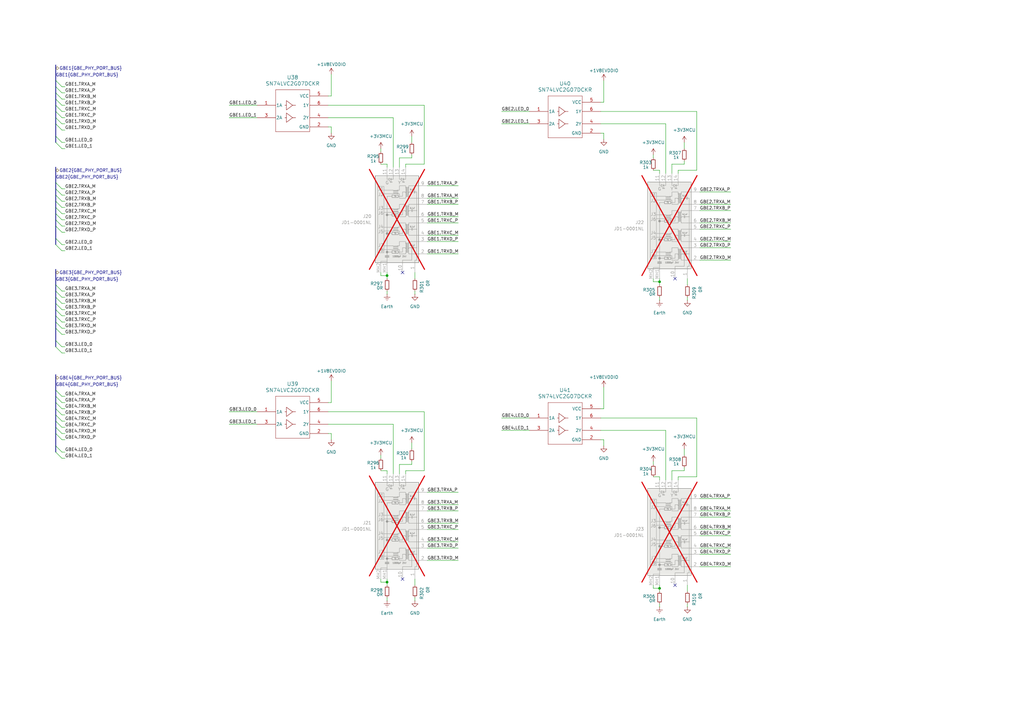
<source format=kicad_sch>
(kicad_sch (version 20231120) (generator "eeschema") (generator_version "8.0")
  (paper "A3")
  (title_block (title "NASR-L") (date "2024-08-11") (rev "D 0.7.9") (company "Relcotek") (comment 1 "RJ45 magjacks 1000Base-T") (comment 2 "(c) Relcotek 2024") (comment 3 "Author: Nazim Aghabayov") (comment 4 "SYZYGY Carrier Mainboard"))
  (lib_symbols
    (symbol "Connector:RJ45_RB1-125B8G1A" (pin_names hide)
      (property "Reference" "J" (at -8.89 2.5401 0))
      (property "Value" "JD1-0001NL" (at -8.89 0.0001 0))
      (symbol "RJ45_RB1-125B8G1A_0_0"
        (text "1000pF 2kV" (at 2.54 -13.716 0) (effects (font (size 0.635 0.635))))
        (text "G" (at -2.54 16.51 0) (effects (font (size 1.27 1.27))))
        (text "Y" (at 2.54 16.51 0) (effects (font (size 1.27 1.27))))
      )
      (symbol "RJ45_RB1-125B8G1A_1_0"
        (text "0.1uF" (at 7.874 -9.144 0) (effects (font (size 0.508 0.508))))
        (text "0.1uF" (at 7.874 -1.524 0) (effects (font (size 0.508 0.508))))
        (text "0.1uF" (at 7.874 6.096 0) (effects (font (size 0.508 0.508))))
        (text "0.1uF" (at 7.874 13.716 0) (effects (font (size 0.508 0.508))))
        (text "75" (at 0.762 -11.938 0) (effects (font (size 0.508 0.508))))
        (text "75" (at 0.762 -4.318 0) (effects (font (size 0.508 0.508))))
        (text "75" (at 0.762 3.302 0) (effects (font (size 0.508 0.508))))
        (text "75" (at 0.762 10.922 0) (effects (font (size 0.508 0.508))))
        (text "J1" (at -5.08 13.97 0) (effects (font (size 1.27 1.27))))
        (text "J2" (at -5.08 11.684 0) (effects (font (size 1.27 1.27))))
        (text "J3" (at -5.08 6.096 0) (effects (font (size 1.27 1.27))))
        (text "J4" (at -5.08 -1.524 0) (effects (font (size 1.27 1.27))))
        (text "J5" (at -5.08 -3.556 0) (effects (font (size 1.27 1.27))))
        (text "J6" (at -5.08 4.064 0) (effects (font (size 1.27 1.27))))
        (text "J7" (at -5.08 -9.144 0) (effects (font (size 1.27 1.27))))
        (text "J8" (at -5.08 -11.176 0) (effects (font (size 1.27 1.27))))
      )
      (symbol "RJ45_RB1-125B8G1A_1_1"
        (pin passive line (at 8.89 -20.32 90) (length 3.81) (name "CTCAP") (number "1"))
        (pin passive line (at 3.81 -20.32 90) (length 3.81) (name "CT10") (number "10"))
        (pin passive line (at -2.54 22.86 270) (length 3.81) (name "GLED_A") (number "11"))
        (pin passive line (at 0 22.86 270) (length 3.81) (name "GLED_C") (number "12"))
        (pin passive line (at 2.54 22.86 270) (length 3.81) (name "YLED_A") (number "13"))
        (pin passive line (at 5.08 22.86 270) (length 3.81) (name "YLED_C") (number "14"))
        (pin passive line (at 13.97 -12.7 180) (length 3.81) (name "TD4-") (number "2"))
        (pin passive line (at 13.97 -7.62 180) (length 3.81) (name "TD4+") (number "3"))
        (pin passive line (at 13.97 -5.08 180) (length 3.81) (name "TD3-") (number "4"))
        (pin passive line (at 13.97 0 180) (length 3.81) (name "TD3+") (number "5"))
        (pin passive line (at 13.97 2.54 180) (length 3.81) (name "TD2-") (number "6"))
        (pin passive line (at 13.97 7.62 180) (length 3.81) (name "TD2+") (number "7"))
        (pin passive line (at 13.97 10.16 180) (length 3.81) (name "TD1-") (number "8"))
        (pin passive line (at 13.97 15.24 180) (length 3.81) (name "TD1+") (number "9"))
        (pin passive line (at -2.54 -20.32 90) (length 3.81) (name "MH1") (number "MH1"))
        (pin passive line (at -5.08 -20.32 90) (length 3.81) (name "MH2") (number "MH2"))
      )
    )
    (symbol "Device:R_Small" (pin_numbers hide) (pin_names (offset 0.254) hide)
      (property "Reference" "R" (at 0.762 0.508 0))
      (property "Value" "R_Small" (at 0.762 -1.016 0))
      (symbol "R_Small_1_1"
        (pin passive line (at 0 2.54 270) (length 0.762) (name "~") (number "1"))
        (pin passive line (at 0 -2.54 90) (length 0.762) (name "~") (number "2"))
      )
    )
    (symbol "GPWR3V3MCU:+3V3MCU" (power) (pin_names (offset 0))
      (property "Value" "+3V3MCU" (at 0 3.556 0))
      (symbol "+3V3MCU_1_1"
        (pin power_in line (at 0 0 90) (length 0) hide (name "+3V3MCU") (number "1"))
      )
    )
    (symbol "SN74LVC2G07DCKR:SN74LVC2G07DCKR" (pin_names (offset 0.254))
      (property "Reference" "U49" (at 9.144 9.398 0))
      (property "Value" "SN74LVC2G07DCKR" (at 18.288 6.858 0))
      (symbol "SN74LVC2G07DCKR_0_1"
        (pin input line (at 0 -1.27 0) (length 7.62) (name "1A") (number "1"))
        (pin input line (at 0 -6.35 0) (length 7.62) (name "2A") (number "3"))
        (pin output line (at 29.21 -6.35 180) (length 7.62) (name "2Y") (number "4"))
        (pin power_in line (at 29.21 2.54 180) (length 7.62) (name "VCC") (number "5"))
        (pin output line (at 29.21 -1.27 180) (length 7.62) (name "1Y") (number "6"))
      )
      (symbol "SN74LVC2G07DCKR_1_1"
        (pin power_in line (at 29.21 -10.16 180) (length 7.62) (name "GND") (number "2"))
      )
    )
    (symbol "power:Earth" (power) (pin_numbers hide) (pin_names (offset 0) hide)
      (property "Value" "Earth" (at 0 -3.81 0))
      (symbol "Earth_1_1"
        (pin power_in line (at 0 0 270) (length 0) (name "~") (number "1"))
      )
    )
    (symbol "power:GND" (power) (pin_numbers hide) (pin_names (offset 0) hide)
      (property "Value" "GND" (at 0 -3.81 0))
      (symbol "GND_1_1"
        (pin power_in line (at 0 0 270) (length 0) (name "~") (number "1"))
      )
    )
  )
  (junction (at 158.75 113.03))
  (junction (at 158.75 238.76))
  (junction (at 270.51 115.57))
  (junction (at 270.51 241.3))
  (no_connect (at 276.86 240.03))
  (no_connect (at 276.86 114.3))
  (no_connect (at 165.1 237.49))
  (no_connect (at 165.1 111.76))
  (bus_entry (at 22.86 38.1) (size 2.54 2.54))
  (bus_entry (at 22.86 90.17) (size 2.54 2.54))
  (bus_entry (at 22.86 116.84) (size 2.54 2.54))
  (bus_entry (at 22.86 182.88) (size 2.54 2.54))
  (bus_entry (at 22.86 119.38) (size 2.54 2.54))
  (bus_entry (at 22.86 139.7) (size 2.54 2.54))
  (bus_entry (at 22.86 160.02) (size 2.54 2.54))
  (bus_entry (at 22.86 100.33) (size 2.54 2.54))
  (bus_entry (at 22.86 129.54) (size 2.54 2.54))
  (bus_entry (at 22.86 50.8) (size 2.54 2.54))
  (bus_entry (at 22.86 58.42) (size 2.54 2.54))
  (bus_entry (at 22.86 162.56) (size 2.54 2.54))
  (bus_entry (at 22.86 85.09) (size 2.54 2.54))
  (bus_entry (at 22.86 167.64) (size 2.54 2.54))
  (bus_entry (at 22.86 97.79) (size 2.54 2.54))
  (bus_entry (at 22.86 55.88) (size 2.54 2.54))
  (bus_entry (at 22.86 127) (size 2.54 2.54))
  (bus_entry (at 22.86 121.92) (size 2.54 2.54))
  (bus_entry (at 22.86 185.42) (size 2.54 2.54))
  (bus_entry (at 22.86 77.47) (size 2.54 2.54))
  (bus_entry (at 22.86 142.24) (size 2.54 2.54))
  (bus_entry (at 22.86 175.26) (size 2.54 2.54))
  (bus_entry (at 22.86 43.18) (size 2.54 2.54))
  (bus_entry (at 22.86 134.62) (size 2.54 2.54))
  (bus_entry (at 22.86 124.46) (size 2.54 2.54))
  (bus_entry (at 22.86 45.72) (size 2.54 2.54))
  (bus_entry (at 22.86 92.71) (size 2.54 2.54))
  (bus_entry (at 22.86 87.63) (size 2.54 2.54))
  (bus_entry (at 22.86 35.56) (size 2.54 2.54))
  (bus_entry (at 22.86 80.01) (size 2.54 2.54))
  (bus_entry (at 22.86 40.64) (size 2.54 2.54))
  (bus_entry (at 22.86 170.18) (size 2.54 2.54))
  (bus_entry (at 22.86 33.02) (size 2.54 2.54))
  (bus_entry (at 22.86 48.26) (size 2.54 2.54))
  (bus_entry (at 22.86 82.55) (size 2.54 2.54))
  (bus_entry (at 22.86 132.08) (size 2.54 2.54))
  (bus_entry (at 22.86 172.72) (size 2.54 2.54))
  (bus_entry (at 22.86 165.1) (size 2.54 2.54))
  (bus_entry (at 22.86 74.93) (size 2.54 2.54))
  (bus_entry (at 22.86 177.8) (size 2.54 2.54))
  (wire (pts (xy 25.4 82.55) (xy 26.67 82.55)))
  (wire (pts (xy 168.91 63.5) (xy 168.91 64.77)))
  (wire (pts (xy 273.05 176.53) (xy 273.05 196.85)))
  (wire (pts (xy 247.65 57.15) (xy 247.65 54.61)))
  (wire (pts (xy 25.4 162.56) (xy 26.67 162.56)))
  (wire (pts (xy 135.89 180.34) (xy 135.89 177.8)))
  (wire (pts (xy 25.4 127) (xy 26.67 127)))
  (wire (pts (xy 267.97 63.5) (xy 267.97 64.77)))
  (wire (pts (xy 175.26 222.25) (xy 187.96 222.25)))
  (wire (pts (xy 25.4 92.71) (xy 26.67 92.71)))
  (bus (pts (xy 22.86 77.47) (xy 22.86 80.01)))
  (wire (pts (xy 25.4 134.62) (xy 26.67 134.62)))
  (wire (pts (xy 158.75 119.38) (xy 158.75 120.65)))
  (bus (pts (xy 22.86 33.02) (xy 22.86 35.56)))
  (wire (pts (xy 280.67 184.15) (xy 280.67 186.69)))
  (bus (pts (xy 22.86 48.26) (xy 22.86 50.8)))
  (wire (pts (xy 93.98 43.18) (xy 105.41 43.18)))
  (bus (pts (xy 22.86 50.8) (xy 22.86 55.88)))
  (wire (pts (xy 175.26 81.28) (xy 187.96 81.28)))
  (wire (pts (xy 280.67 58.42) (xy 280.67 60.96)))
  (wire (pts (xy 156.21 238.76) (xy 158.75 238.76)))
  (bus (pts (xy 22.86 119.38) (xy 22.86 121.92)))
  (wire (pts (xy 267.97 189.23) (xy 267.97 190.5)))
  (wire (pts (xy 267.97 114.3) (xy 267.97 115.57)))
  (wire (pts (xy 285.75 45.72) (xy 285.75 69.85)))
  (wire (pts (xy 281.94 247.65) (xy 281.94 248.92)))
  (bus (pts (xy 22.86 162.56) (xy 22.86 165.1)))
  (wire (pts (xy 25.4 165.1) (xy 26.67 165.1)))
  (bus (pts (xy 22.86 90.17) (xy 22.86 92.71)))
  (wire (pts (xy 287.02 212.09) (xy 299.72 212.09)))
  (wire (pts (xy 205.74 176.53) (xy 217.17 176.53)))
  (wire (pts (xy 170.18 237.49) (xy 170.18 240.03)))
  (wire (pts (xy 267.97 115.57) (xy 270.51 115.57)))
  (bus (pts (xy 22.86 160.02) (xy 22.86 162.56)))
  (wire (pts (xy 175.26 83.82) (xy 187.96 83.82)))
  (wire (pts (xy 25.4 95.25) (xy 26.67 95.25)))
  (wire (pts (xy 267.97 240.03) (xy 267.97 241.3)))
  (wire (pts (xy 134.62 173.99) (xy 161.29 173.99)))
  (bus (pts (xy 22.86 45.72) (xy 22.86 48.26)))
  (wire (pts (xy 168.91 189.23) (xy 168.91 190.5)))
  (wire (pts (xy 166.37 193.04) (xy 166.37 194.31)))
  (bus (pts (xy 22.86 127) (xy 22.86 129.54)))
  (wire (pts (xy 287.02 83.82) (xy 299.72 83.82)))
  (wire (pts (xy 158.75 113.03) (xy 158.75 111.76)))
  (wire (pts (xy 25.4 137.16) (xy 26.67 137.16)))
  (wire (pts (xy 287.02 78.74) (xy 299.72 78.74)))
  (wire (pts (xy 25.4 85.09) (xy 26.67 85.09)))
  (bus (pts (xy 22.86 165.1) (xy 22.86 167.64)))
  (wire (pts (xy 267.97 69.85) (xy 270.51 69.85)))
  (bus (pts (xy 22.86 182.88) (xy 22.86 185.42)))
  (wire (pts (xy 175.26 214.63) (xy 187.96 214.63)))
  (wire (pts (xy 287.02 101.6) (xy 299.72 101.6)))
  (bus (pts (xy 22.86 110.49) (xy 22.86 116.84)))
  (wire (pts (xy 168.91 181.61) (xy 168.91 184.15)))
  (wire (pts (xy 156.21 111.76) (xy 156.21 113.03)))
  (wire (pts (xy 205.74 171.45) (xy 217.17 171.45)))
  (wire (pts (xy 175.26 207.01) (xy 187.96 207.01)))
  (wire (pts (xy 270.51 115.57) (xy 270.51 114.3)))
  (wire (pts (xy 175.26 104.14) (xy 187.96 104.14)))
  (wire (pts (xy 273.05 50.8) (xy 273.05 71.12)))
  (wire (pts (xy 25.4 58.42) (xy 26.67 58.42)))
  (wire (pts (xy 135.89 52.07) (xy 134.62 52.07)))
  (wire (pts (xy 156.21 113.03) (xy 158.75 113.03)))
  (wire (pts (xy 280.67 193.04) (xy 275.59 193.04)))
  (wire (pts (xy 270.51 241.3) (xy 270.51 240.03)))
  (wire (pts (xy 25.4 172.72) (xy 26.67 172.72)))
  (wire (pts (xy 247.65 41.91) (xy 246.38 41.91)))
  (wire (pts (xy 285.75 171.45) (xy 285.75 195.58)))
  (wire (pts (xy 156.21 193.04) (xy 158.75 193.04)))
  (wire (pts (xy 161.29 48.26) (xy 161.29 68.58)))
  (wire (pts (xy 158.75 67.31) (xy 158.75 68.58)))
  (wire (pts (xy 170.18 111.76) (xy 170.18 114.3)))
  (wire (pts (xy 25.4 48.26) (xy 26.67 48.26)))
  (wire (pts (xy 170.18 119.38) (xy 170.18 120.65)))
  (wire (pts (xy 25.4 142.24) (xy 26.67 142.24)))
  (wire (pts (xy 287.02 204.47) (xy 299.72 204.47)))
  (wire (pts (xy 287.02 232.41) (xy 299.72 232.41)))
  (wire (pts (xy 166.37 67.31) (xy 166.37 68.58)))
  (wire (pts (xy 25.4 53.34) (xy 26.67 53.34)))
  (wire (pts (xy 173.99 43.18) (xy 173.99 67.31)))
  (wire (pts (xy 25.4 180.34) (xy 26.67 180.34)))
  (wire (pts (xy 285.75 195.58) (xy 278.13 195.58)))
  (wire (pts (xy 267.97 195.58) (xy 270.51 195.58)))
  (bus (pts (xy 22.86 129.54) (xy 22.86 132.08)))
  (wire (pts (xy 246.38 171.45) (xy 285.75 171.45)))
  (wire (pts (xy 158.75 238.76) (xy 158.75 240.03)))
  (wire (pts (xy 25.4 90.17) (xy 26.67 90.17)))
  (wire (pts (xy 168.91 190.5) (xy 163.83 190.5)))
  (wire (pts (xy 156.21 67.31) (xy 158.75 67.31)))
  (bus (pts (xy 22.86 177.8) (xy 22.86 182.88)))
  (wire (pts (xy 175.26 209.55) (xy 187.96 209.55)))
  (wire (pts (xy 270.51 69.85) (xy 270.51 71.12)))
  (wire (pts (xy 25.4 167.64) (xy 26.67 167.64)))
  (wire (pts (xy 158.75 113.03) (xy 158.75 114.3)))
  (wire (pts (xy 287.02 99.06) (xy 299.72 99.06)))
  (bus (pts (xy 22.86 55.88) (xy 22.86 58.42)))
  (wire (pts (xy 275.59 193.04) (xy 275.59 196.85)))
  (wire (pts (xy 163.83 190.5) (xy 163.83 194.31)))
  (wire (pts (xy 25.4 60.96) (xy 26.67 60.96)))
  (bus (pts (xy 22.86 35.56) (xy 22.86 38.1)))
  (wire (pts (xy 93.98 48.26) (xy 105.41 48.26)))
  (bus (pts (xy 22.86 80.01) (xy 22.86 82.55)))
  (wire (pts (xy 25.4 100.33) (xy 26.67 100.33)))
  (wire (pts (xy 280.67 191.77) (xy 280.67 193.04)))
  (wire (pts (xy 175.26 96.52) (xy 187.96 96.52)))
  (wire (pts (xy 205.74 45.72) (xy 217.17 45.72)))
  (wire (pts (xy 270.51 115.57) (xy 270.51 116.84)))
  (bus (pts (xy 22.86 68.58) (xy 22.86 74.93)))
  (wire (pts (xy 135.89 30.48) (xy 135.89 39.37)))
  (bus (pts (xy 22.86 87.63) (xy 22.86 90.17)))
  (wire (pts (xy 175.26 229.87) (xy 187.96 229.87)))
  (wire (pts (xy 25.4 80.01) (xy 26.67 80.01)))
  (wire (pts (xy 173.99 168.91) (xy 173.99 193.04)))
  (wire (pts (xy 25.4 43.18) (xy 26.67 43.18)))
  (wire (pts (xy 158.75 238.76) (xy 158.75 237.49)))
  (wire (pts (xy 280.67 66.04) (xy 280.67 67.31)))
  (wire (pts (xy 285.75 69.85) (xy 278.13 69.85)))
  (wire (pts (xy 175.26 76.2) (xy 187.96 76.2)))
  (wire (pts (xy 270.51 195.58) (xy 270.51 196.85)))
  (bus (pts (xy 22.86 167.64) (xy 22.86 170.18)))
  (wire (pts (xy 173.99 193.04) (xy 166.37 193.04)))
  (wire (pts (xy 134.62 43.18) (xy 173.99 43.18)))
  (wire (pts (xy 175.26 91.44) (xy 187.96 91.44)))
  (wire (pts (xy 175.26 217.17) (xy 187.96 217.17)))
  (wire (pts (xy 163.83 64.77) (xy 163.83 68.58)))
  (wire (pts (xy 267.97 241.3) (xy 270.51 241.3)))
  (wire (pts (xy 134.62 168.91) (xy 173.99 168.91)))
  (wire (pts (xy 275.59 67.31) (xy 275.59 71.12)))
  (bus (pts (xy 22.86 92.71) (xy 22.86 97.79)))
  (wire (pts (xy 135.89 156.21) (xy 135.89 165.1)))
  (wire (pts (xy 246.38 50.8) (xy 273.05 50.8)))
  (wire (pts (xy 287.02 106.68) (xy 299.72 106.68)))
  (wire (pts (xy 173.99 67.31) (xy 166.37 67.31)))
  (wire (pts (xy 158.75 245.11) (xy 158.75 246.38)))
  (bus (pts (xy 22.86 43.18) (xy 22.86 45.72)))
  (wire (pts (xy 156.21 60.96) (xy 156.21 62.23)))
  (wire (pts (xy 25.4 45.72) (xy 26.67 45.72)))
  (wire (pts (xy 287.02 86.36) (xy 299.72 86.36)))
  (wire (pts (xy 156.21 186.69) (xy 156.21 187.96)))
  (wire (pts (xy 25.4 129.54) (xy 26.67 129.54)))
  (bus (pts (xy 22.86 170.18) (xy 22.86 172.72)))
  (wire (pts (xy 278.13 69.85) (xy 278.13 71.12)))
  (wire (pts (xy 168.91 64.77) (xy 163.83 64.77)))
  (wire (pts (xy 247.65 182.88) (xy 247.65 180.34)))
  (wire (pts (xy 135.89 54.61) (xy 135.89 52.07)))
  (wire (pts (xy 287.02 91.44) (xy 299.72 91.44)))
  (wire (pts (xy 270.51 121.92) (xy 270.51 123.19)))
  (wire (pts (xy 280.67 67.31) (xy 275.59 67.31)))
  (bus (pts (xy 22.86 26.67) (xy 22.86 33.02)))
  (bus (pts (xy 22.86 124.46) (xy 22.86 127)))
  (wire (pts (xy 25.4 119.38) (xy 26.67 119.38)))
  (wire (pts (xy 93.98 168.91) (xy 105.41 168.91)))
  (wire (pts (xy 134.62 48.26) (xy 161.29 48.26)))
  (bus (pts (xy 22.86 134.62) (xy 22.86 139.7)))
  (wire (pts (xy 287.02 217.17) (xy 299.72 217.17)))
  (wire (pts (xy 135.89 165.1) (xy 134.62 165.1)))
  (wire (pts (xy 281.94 240.03) (xy 281.94 242.57)))
  (wire (pts (xy 270.51 247.65) (xy 270.51 248.92)))
  (wire (pts (xy 135.89 177.8) (xy 134.62 177.8)))
  (wire (pts (xy 161.29 173.99) (xy 161.29 194.31)))
  (wire (pts (xy 25.4 124.46) (xy 26.67 124.46)))
  (bus (pts (xy 22.86 132.08) (xy 22.86 134.62)))
  (wire (pts (xy 175.26 224.79) (xy 187.96 224.79)))
  (wire (pts (xy 25.4 50.8) (xy 26.67 50.8)))
  (wire (pts (xy 175.26 88.9) (xy 187.96 88.9)))
  (wire (pts (xy 25.4 87.63) (xy 26.67 87.63)))
  (wire (pts (xy 247.65 180.34) (xy 246.38 180.34)))
  (wire (pts (xy 205.74 50.8) (xy 217.17 50.8)))
  (bus (pts (xy 22.86 38.1) (xy 22.86 40.64)))
  (wire (pts (xy 25.4 77.47) (xy 26.67 77.47)))
  (wire (pts (xy 247.65 54.61) (xy 246.38 54.61)))
  (bus (pts (xy 22.86 40.64) (xy 22.86 43.18)))
  (wire (pts (xy 247.65 167.64) (xy 246.38 167.64)))
  (wire (pts (xy 287.02 93.98) (xy 299.72 93.98)))
  (wire (pts (xy 281.94 114.3) (xy 281.94 116.84)))
  (wire (pts (xy 168.91 55.88) (xy 168.91 58.42)))
  (wire (pts (xy 278.13 195.58) (xy 278.13 196.85)))
  (bus (pts (xy 22.86 116.84) (xy 22.86 119.38)))
  (bus (pts (xy 22.86 153.67) (xy 22.86 160.02)))
  (wire (pts (xy 158.75 193.04) (xy 158.75 194.31)))
  (wire (pts (xy 25.4 177.8) (xy 26.67 177.8)))
  (wire (pts (xy 25.4 35.56) (xy 26.67 35.56)))
  (wire (pts (xy 246.38 176.53) (xy 273.05 176.53)))
  (wire (pts (xy 287.02 227.33) (xy 299.72 227.33)))
  (wire (pts (xy 156.21 237.49) (xy 156.21 238.76)))
  (bus (pts (xy 22.86 139.7) (xy 22.86 142.24)))
  (wire (pts (xy 25.4 170.18) (xy 26.67 170.18)))
  (wire (pts (xy 25.4 132.08) (xy 26.67 132.08)))
  (wire (pts (xy 25.4 185.42) (xy 26.67 185.42)))
  (wire (pts (xy 135.89 39.37) (xy 134.62 39.37)))
  (bus (pts (xy 22.86 82.55) (xy 22.86 85.09)))
  (bus (pts (xy 22.86 85.09) (xy 22.86 87.63)))
  (wire (pts (xy 270.51 241.3) (xy 270.51 242.57)))
  (wire (pts (xy 25.4 102.87) (xy 26.67 102.87)))
  (wire (pts (xy 25.4 187.96) (xy 26.67 187.96)))
  (wire (pts (xy 287.02 224.79) (xy 299.72 224.79)))
  (wire (pts (xy 281.94 121.92) (xy 281.94 123.19)))
  (wire (pts (xy 25.4 175.26) (xy 26.67 175.26)))
  (wire (pts (xy 25.4 38.1) (xy 26.67 38.1)))
  (bus (pts (xy 22.86 172.72) (xy 22.86 175.26)))
  (wire (pts (xy 175.26 99.06) (xy 187.96 99.06)))
  (wire (pts (xy 287.02 219.71) (xy 299.72 219.71)))
  (wire (pts (xy 25.4 40.64) (xy 26.67 40.64)))
  (wire (pts (xy 175.26 201.93) (xy 187.96 201.93)))
  (wire (pts (xy 25.4 144.78) (xy 26.67 144.78)))
  (bus (pts (xy 22.86 121.92) (xy 22.86 124.46)))
  (wire (pts (xy 247.65 158.75) (xy 247.65 167.64)))
  (wire (pts (xy 246.38 45.72) (xy 285.75 45.72)))
  (bus (pts (xy 22.86 175.26) (xy 22.86 177.8)))
  (wire (pts (xy 170.18 245.11) (xy 170.18 246.38)))
  (wire (pts (xy 25.4 121.92) (xy 26.67 121.92)))
  (wire (pts (xy 247.65 33.02) (xy 247.65 41.91)))
  (wire (pts (xy 287.02 209.55) (xy 299.72 209.55)))
  (wire (pts (xy 93.98 173.99) (xy 105.41 173.99)))
  (bus (pts (xy 22.86 74.93) (xy 22.86 77.47)))
  (bus (pts (xy 22.86 97.79) (xy 22.86 100.33)))
  (label "GBE3.TRXC_P" (at 26.67 132.08 0))
  (label "GBE4.LED_0" (at 26.67 185.42 0))
  (label "GBE4.TRXB_M" (at 26.67 167.64 0))
  (label "GBE2.TRXC_P" (at 26.67 90.17 0))
  (label "GBE3.TRXC_P" (at 175.26 217.17 0))
  (label "GBE2.TRXD_P" (at 26.67 95.25 0))
  (label "GBE1.LED_0" (at 93.98 43.18 0))
  (label "GBE4.TRXD_M" (at 287.02 232.41 0))
  (label "GBE3.TRXD_M" (at 175.26 229.87 0))
  (label "GBE3.TRXB_M" (at 26.67 124.46 0))
  (label "GBE1.TRXD_P" (at 175.26 99.06 0))
  (label "GBE4.TRXA_M" (at 26.67 162.56 0))
  (label "GBE2.LED_0" (at 205.74 45.72 0))
  (label "GBE4.TRXA_P" (at 26.67 165.1 0))
  (label "GBE4.LED_1" (at 26.67 187.96 0))
  (label "GBE2.TRXD_M" (at 287.02 106.68 0))
  (label "GBE3.LED_0" (at 93.98 168.91 0))
  (label "GBE1.TRXC_M" (at 26.67 45.72 0))
  (label "GBE2.TRXA_M" (at 26.67 77.47 0))
  (label "GBE2.TRXC_P" (at 287.02 93.98 0))
  (label "GBE3.TRXD_P" (at 26.67 137.16 0))
  (label "GBE4.TRXB_P" (at 287.02 212.09 0))
  (label "GBE3.TRXC_M" (at 175.26 222.25 0))
  (label "GBE1.TRXD_M" (at 26.67 50.8 0))
  (label "GBE3.LED_0" (at 26.67 142.24 0))
  (label "GBE1.TRXC_P" (at 26.67 48.26 0))
  (label "GBE4.TRXC_P" (at 287.02 219.71 0))
  (label "GBE2.TRXB_M" (at 287.02 91.44 0))
  (label "GBE3.TRXA_P" (at 175.26 201.93 0))
  (label "GBE4.TRXB_P" (at 26.67 170.18 0))
  (label "GBE1.TRXA_P" (at 26.67 38.1 0))
  (label "GBE2.TRXD_P" (at 287.02 101.6 0))
  (label "GBE4.TRXC_M" (at 287.02 224.79 0))
  (label "GBE1.TRXD_M" (at 175.26 104.14 0))
  (label "GBE3.TRXD_M" (at 26.67 134.62 0))
  (label "GBE2.TRXC_M" (at 26.67 87.63 0))
  (label "GBE3.LED_1" (at 26.67 144.78 0))
  (label "GBE2.LED_1" (at 205.74 50.8 0))
  (label "GBE1.TRXB_P" (at 175.26 83.82 0))
  (label "GBE1.TRXB_M" (at 175.26 88.9 0))
  (label "GBE2.TRXB_P" (at 287.02 86.36 0))
  (label "GBE3.TRXC_M" (at 26.67 129.54 0))
  (label "GBE3{GBE_PHY_PORT_BUS}" (at 22.86 115.57 0))
  (label "GBE1.LED_0" (at 26.67 58.42 0))
  (label "GBE3.TRXA_P" (at 26.67 121.92 0))
  (label "GBE2.TRXB_P" (at 26.67 85.09 0))
  (label "GBE1.TRXA_M" (at 175.26 81.28 0))
  (label "GBE2.TRXA_M" (at 287.02 83.82 0))
  (label "GBE2.TRXA_P" (at 26.67 80.01 0))
  (label "GBE4.TRXD_M" (at 26.67 177.8 0))
  (label "GBE4.LED_0" (at 205.74 171.45 0))
  (label "GBE4.LED_1" (at 205.74 176.53 0))
  (label "GBE2.TRXB_M" (at 26.67 82.55 0))
  (label "GBE3.TRXB_M" (at 175.26 214.63 0))
  (label "GBE1.LED_1" (at 26.67 60.96 0))
  (label "GBE3.TRXB_P" (at 26.67 127 0))
  (label "GBE4.TRXD_P" (at 26.67 180.34 0))
  (label "GBE1.LED_1" (at 93.98 48.26 0))
  (label "GBE1.TRXB_P" (at 26.67 43.18 0))
  (label "GBE1.TRXD_P" (at 26.67 53.34 0))
  (label "GBE1.TRXC_P" (at 175.26 91.44 0))
  (label "GBE2.LED_1" (at 26.67 102.87 0))
  (label "GBE3.TRXD_P" (at 175.26 224.79 0))
  (label "GBE2.LED_0" (at 26.67 100.33 0))
  (label "GBE3.TRXA_M" (at 175.26 207.01 0))
  (label "GBE4.TRXC_P" (at 26.67 175.26 0))
  (label "GBE1.TRXA_P" (at 175.26 76.2 0))
  (label "GBE2.TRXA_P" (at 287.02 78.74 0))
  (label "GBE4.TRXA_P" (at 287.02 204.47 0))
  (label "GBE1.TRXC_M" (at 175.26 96.52 0))
  (label "GBE2{GBE_PHY_PORT_BUS}" (at 22.86 73.66 0))
  (label "GBE4.TRXC_M" (at 26.67 172.72 0))
  (label "GBE1{GBE_PHY_PORT_BUS}" (at 22.86 31.75 0))
  (label "GBE1.TRXB_M" (at 26.67 40.64 0))
  (label "GBE4.TRXB_M" (at 287.02 217.17 0))
  (label "GBE3.LED_1" (at 93.98 173.99 0))
  (label "GBE2.TRXC_M" (at 287.02 99.06 0))
  (label "GBE4{GBE_PHY_PORT_BUS}" (at 22.86 158.75 0))
  (label "GBE4.TRXA_M" (at 287.02 209.55 0))
  (label "GBE3.TRXB_P" (at 175.26 209.55 0))
  (label "GBE1.TRXA_M" (at 26.67 35.56 0))
  (label "GBE2.TRXD_M" (at 26.67 92.71 0))
  (label "GBE3.TRXA_M" (at 26.67 119.38 0))
  (label "GBE4.TRXD_P" (at 287.02 227.33 0))
  (hierarchical_label "GBE1{GBE_PHY_PORT_BUS}" (shape bidirectional) (at 22.86 27.94 0))
  (hierarchical_label "GBE2{GBE_PHY_PORT_BUS}" (shape bidirectional) (at 22.86 69.85 0))
  (hierarchical_label "GBE3{GBE_PHY_PORT_BUS}" (shape bidirectional) (at 22.86 111.76 0))
  (hierarchical_label "GBE4{GBE_PHY_PORT_BUS}" (shape bidirectional) (at 22.86 154.94 0))
  (symbol (lib_id "Device:R_Small") (at 156.21 64.77 180) (unit 1)
    (property "Reference" "R295" (at 150.495 64.135 0) (effects (justify right)))
    (property "Value" "1k" (at 151.892 66.04 0) (effects (justify right)))
    (property "Footprint" "Resistor_SMD:R_0402_1005Metric" (effects (hide yes)))
    (property "JLCPCB Part #" "C11702" (effects (hide yes)))
    (property "Part" "0402WGF1001TCE" (effects (hide yes)))
  )
  (symbol (lib_id "power:GND") (at 135.89 180.34 0) (unit 1)
    (property "Reference" "#PWR0402" (effects (hide yes)))
    (property "Value" "GND" (at 135.89 185.42 0))
    (property "Description" "Power symbol creates a global label with name \"GND\" , ground" (effects (hide yes)))
  )
  (symbol (lib_id "Device:R_Small") (at 270.51 245.11 180) (unit 1)
    (property "Reference" "R306" (at 263.652 244.602 0) (effects (justify right)))
    (property "Value" "0R" (at 266.192 246.38 0) (effects (justify right)))
    (property "Footprint" "Resistor_SMD:R_1210_3225Metric_Pad1.30x2.65mm_HandSolder" (effects (hide yes)))
    (property "JLCPCB Part #" "C137090" (effects (hide yes)))
    (property "Part" "RC1210JR-070RL" (effects (hide yes)))
  )
  (symbol (lib_id "Device:R_Small") (at 168.91 60.96 180) (unit 1)
    (property "Reference" "R299" (at 162.56 60.198 0) (effects (justify right)))
    (property "Value" "1k" (at 164.338 61.976 0) (effects (justify right)))
    (property "Footprint" "Resistor_SMD:R_0402_1005Metric" (effects (hide yes)))
    (property "JLCPCB Part #" "C11702" (effects (hide yes)))
    (property "Part" "0402WGF1001TCE" (effects (hide yes)))
  )
  (symbol (lib_id "power:GND") (at 170.18 120.65 0) (unit 1)
    (property "Reference" "#PWR0405" (effects (hide yes)))
    (property "Value" "GND" (at 170.18 125.73 0))
    (property "Description" "Power symbol creates a global label with name \"GND\" , ground" (effects (hide yes)))
  )
  (symbol (lib_id "Connector:RJ45_RB1-125B8G1A") (at 161.29 91.44 0) (unit 1) (dnp yes)
    (property "Reference" "J20" (at 152.4 88.7094 0) (effects (justify right)))
    (property "Value" "JD1-0001NL" (at 152.4 91.2494 0) (effects (justify right)))
    (property "Footprint" "pretty:JD10001NL" (effects (hide yes)))
    (property "Datasheet" "https://productfinder.pulseeng.com/product/JD1-0001NL" (effects (hide yes)))
    (property "Description" "LAN Transformer Jack, RJ45, 10/100/1000 BaseT" (effects (hide yes)))
    (property "Part" "JD1-0001NL" (effects (hide yes)))
    (property "Mouser " " 673-JD1-0001NL " (effects (hide yes)))
  )
  (symbol (lib_id "power:Earth") (at 270.51 248.92 0) (unit 1)
    (property "Reference" "#PWR0410" (effects (hide yes)))
    (property "Value" "Earth" (at 270.51 254 0))
    (property "Description" "Power symbol creates a global label with name \"Earth\"" (effects (hide yes)))
  )
  (symbol (lib_id "Device:R_Small") (at 280.67 189.23 180) (unit 1)
    (property "Reference" "R308" (at 274.32 188.468 0) (effects (justify right)))
    (property "Value" "1k" (at 276.098 190.246 0) (effects (justify right)))
    (property "Footprint" "Resistor_SMD:R_0402_1005Metric" (effects (hide yes)))
    (property "JLCPCB Part #" "C11702" (effects (hide yes)))
    (property "Part" "0402WGF1001TCE" (effects (hide yes)))
  )
  (symbol (lib_id "SN74LVC2G07DCKR:SN74LVC2G07DCKR") (at 105.41 167.64 0) (unit 1)
    (property "Reference" "U39" (at 120.015 157.48 0) (effects (font (size 1.524 1.524))))
    (property "Value" "SN74LVC2G07DCKR" (at 120.015 160.02 0) (effects (font (size 1.524 1.524))))
    (property "Footprint" "pretty:DCK6" (effects (hide yes)))
    (property "Datasheet" "SN74LVC2G07DCKR" (effects (hide yes)))
    (property "Part" "SN74LVC2G07DCKR" (effects (hide yes)))
    (property "JLCPCB Part #" "C7849" (effects (hide yes)))
  )
  (symbol (lib_id "Connector:RJ45_RB1-125B8G1A") (at 273.05 93.98 0) (unit 1) (dnp yes)
    (property "Reference" "J22" (at 264.16 91.2494 0) (effects (justify right)))
    (property "Value" "JD1-0001NL" (at 264.16 93.7894 0) (effects (justify right)))
    (property "Footprint" "pretty:JD10001NL" (effects (hide yes)))
    (property "Datasheet" "https://productfinder.pulseeng.com/product/JD1-0001NL" (effects (hide yes)))
    (property "Description" "LAN Transformer Jack, RJ45, 10/100/1000 BaseT" (effects (hide yes)))
    (property "Part" "JD1-0001NL" (effects (hide yes)))
    (property "Mouser " " 673-JD1-0001NL " (effects (hide yes)))
  )
  (symbol (lib_id "SN74LVC2G07DCKR:SN74LVC2G07DCKR") (at 217.17 44.45 0) (unit 1)
    (property "Reference" "U40" (at 231.775 34.29 0) (effects (font (size 1.524 1.524))))
    (property "Value" "SN74LVC2G07DCKR" (at 231.775 36.83 0) (effects (font (size 1.524 1.524))))
    (property "Footprint" "pretty:DCK6" (effects (hide yes)))
    (property "Datasheet" "SN74LVC2G07DCKR" (effects (hide yes)))
    (property "Part" "SN74LVC2G07DCKR" (effects (hide yes)))
    (property "JLCPCB Part #" "C7849" (effects (hide yes)))
  )
  (symbol (lib_id "SN74LVC2G07DCKR:SN74LVC2G07DCKR") (at 105.41 41.91 0) (unit 1)
    (property "Reference" "U38" (at 120.015 31.75 0) (effects (font (size 1.524 1.524))))
    (property "Value" "SN74LVC2G07DCKR" (at 120.015 34.29 0) (effects (font (size 1.524 1.524))))
    (property "Footprint" "pretty:DCK6" (effects (hide yes)))
    (property "Datasheet" "SN74LVC2G07DCKR" (effects (hide yes)))
    (property "Part" "SN74LVC2G07DCKR" (effects (hide yes)))
    (property "JLCPCB Part #" "C7849" (effects (hide yes)))
  )
  (symbol (lib_id "power:Earth") (at 270.51 123.19 0) (unit 1)
    (property "Reference" "#PWR0409" (effects (hide yes)))
    (property "Value" "Earth" (at 270.51 128.27 0))
    (property "Description" "Power symbol creates a global label with name \"Earth\"" (effects (hide yes)))
  )
  (symbol (lib_id "GPWR3V3MCU:+3V3MCU") (at 135.89 156.21 0) (unit 1)
    (property "Reference" "#PWR1V8ETHVVDIO011" (effects (hide yes)))
    (property "Value" "+1V8EVDDIO" (at 135.89 152.146 0))
  )
  (symbol (lib_id "GPWR3V3MCU:+3V3MCU") (at 168.91 55.88 0) (unit 1)
    (property "Reference" "#PWR3V3MCU060" (effects (hide yes)))
    (property "Value" "+3V3MCU" (at 168.91 50.8 0))
    (property "Description" "Power symbol creates a global label with name \"+3V3MCU\"" (effects (hide yes)))
  )
  (symbol (lib_id "power:GND") (at 135.89 54.61 0) (unit 1)
    (property "Reference" "#PWR0401" (effects (hide yes)))
    (property "Value" "GND" (at 135.89 59.69 0))
    (property "Description" "Power symbol creates a global label with name \"GND\" , ground" (effects (hide yes)))
  )
  (symbol (lib_id "GPWR3V3MCU:+3V3MCU") (at 135.89 30.48 0) (unit 1)
    (property "Reference" "#PWR1V8ETHVVDIO010" (effects (hide yes)))
    (property "Value" "+1V8EVDDIO" (at 135.89 26.416 0))
  )
  (symbol (lib_id "Device:R_Small") (at 170.18 116.84 0) (unit 1)
    (property "Reference" "R301" (at 172.974 115.062 90) (effects (justify right)))
    (property "Value" "0R" (at 175.514 114.808 90) (effects (justify right)))
    (property "Footprint" "Resistor_SMD:R_0603_1608Metric" (effects (hide yes)))
    (property "JLCPCB Part #" "C21189" (effects (hide yes)))
    (property "Part" "0603WAF0000T5E" (effects (hide yes)))
  )
  (symbol (lib_id "GPWR3V3MCU:+3V3MCU") (at 280.67 184.15 0) (unit 1)
    (property "Reference" "#PWR3V3MCU065" (effects (hide yes)))
    (property "Value" "+3V3MCU" (at 280.67 179.07 0))
    (property "Description" "Power symbol creates a global label with name \"+3V3MCU\"" (effects (hide yes)))
  )
  (symbol (lib_id "Device:R_Small") (at 267.97 193.04 180) (unit 1)
    (property "Reference" "R304" (at 262.255 192.405 0) (effects (justify right)))
    (property "Value" "1k" (at 263.652 194.31 0) (effects (justify right)))
    (property "Footprint" "Resistor_SMD:R_0402_1005Metric" (effects (hide yes)))
    (property "JLCPCB Part #" "C11702" (effects (hide yes)))
    (property "Part" "0402WGF1001TCE" (effects (hide yes)))
  )
  (symbol (lib_id "Connector:RJ45_RB1-125B8G1A") (at 273.05 219.71 0) (unit 1) (dnp yes)
    (property "Reference" "J23" (at 264.16 216.9794 0) (effects (justify right)))
    (property "Value" "JD1-0001NL" (at 264.16 219.5194 0) (effects (justify right)))
    (property "Footprint" "pretty:JD10001NL" (effects (hide yes)))
    (property "Datasheet" "https://productfinder.pulseeng.com/product/JD1-0001NL" (effects (hide yes)))
    (property "Description" "LAN Transformer Jack, RJ45, 10/100/1000 BaseT" (effects (hide yes)))
    (property "Part" "JD1-0001NL" (effects (hide yes)))
    (property "Mouser " " 673-JD1-0001NL " (effects (hide yes)))
  )
  (symbol (lib_id "power:Earth") (at 158.75 120.65 0) (unit 1)
    (property "Reference" "#PWR0403" (effects (hide yes)))
    (property "Value" "Earth" (at 158.75 125.73 0))
    (property "Description" "Power symbol creates a global label with name \"Earth\"" (effects (hide yes)))
  )
  (symbol (lib_id "power:GND") (at 281.94 123.19 0) (unit 1)
    (property "Reference" "#PWR0411" (effects (hide yes)))
    (property "Value" "GND" (at 281.94 128.27 0))
    (property "Description" "Power symbol creates a global label with name \"GND\" , ground" (effects (hide yes)))
  )
  (symbol (lib_id "GPWR3V3MCU:+3V3MCU") (at 247.65 33.02 0) (unit 1)
    (property "Reference" "#PWR1V8ETHVVDIO012" (effects (hide yes)))
    (property "Value" "+1V8EVDDIO" (at 247.65 28.956 0))
  )
  (symbol (lib_id "Device:R_Small") (at 280.67 63.5 180) (unit 1)
    (property "Reference" "R307" (at 274.32 62.738 0) (effects (justify right)))
    (property "Value" "1k" (at 276.098 64.516 0) (effects (justify right)))
    (property "Footprint" "Resistor_SMD:R_0402_1005Metric" (effects (hide yes)))
    (property "JLCPCB Part #" "C11702" (effects (hide yes)))
    (property "Part" "0402WGF1001TCE" (effects (hide yes)))
  )
  (symbol (lib_id "Device:R_Small") (at 281.94 245.11 0) (unit 1)
    (property "Reference" "R310" (at 284.734 243.332 90) (effects (justify right)))
    (property "Value" "0R" (at 287.274 243.078 90) (effects (justify right)))
    (property "Footprint" "Resistor_SMD:R_0603_1608Metric" (effects (hide yes)))
    (property "JLCPCB Part #" "C21189" (effects (hide yes)))
    (property "Part" "0603WAF0000T5E" (effects (hide yes)))
  )
  (symbol (lib_id "Device:R_Small") (at 281.94 119.38 0) (unit 1)
    (property "Reference" "R309" (at 284.734 117.602 90) (effects (justify right)))
    (property "Value" "0R" (at 287.274 117.348 90) (effects (justify right)))
    (property "Footprint" "Resistor_SMD:R_0603_1608Metric" (effects (hide yes)))
    (property "JLCPCB Part #" "C21189" (effects (hide yes)))
    (property "Part" "0603WAF0000T5E" (effects (hide yes)))
  )
  (symbol (lib_id "Device:R_Small") (at 267.97 67.31 180) (unit 1)
    (property "Reference" "R303" (at 262.255 66.675 0) (effects (justify right)))
    (property "Value" "1k" (at 263.652 68.58 0) (effects (justify right)))
    (property "Footprint" "Resistor_SMD:R_0402_1005Metric" (effects (hide yes)))
    (property "JLCPCB Part #" "C11702" (effects (hide yes)))
    (property "Part" "0402WGF1001TCE" (effects (hide yes)))
  )
  (symbol (lib_id "power:GND") (at 247.65 57.15 0) (unit 1)
    (property "Reference" "#PWR0407" (effects (hide yes)))
    (property "Value" "GND" (at 247.65 62.23 0))
    (property "Description" "Power symbol creates a global label with name \"GND\" , ground" (effects (hide yes)))
  )
  (symbol (lib_id "Device:R_Small") (at 158.75 242.57 180) (unit 1)
    (property "Reference" "R298" (at 151.892 242.062 0) (effects (justify right)))
    (property "Value" "0R" (at 154.432 243.84 0) (effects (justify right)))
    (property "Footprint" "Resistor_SMD:R_1210_3225Metric_Pad1.30x2.65mm_HandSolder" (effects (hide yes)))
    (property "JLCPCB Part #" "C137090" (effects (hide yes)))
    (property "Part" "RC1210JR-070RL" (effects (hide yes)))
  )
  (symbol (lib_id "GPWR3V3MCU:+3V3MCU") (at 156.21 186.69 0) (unit 1)
    (property "Reference" "#PWR3V3MCU059" (effects (hide yes)))
    (property "Value" "+3V3MCU" (at 156.21 181.61 0))
    (property "Description" "Power symbol creates a global label with name \"+3V3MCU\"" (effects (hide yes)))
  )
  (symbol (lib_id "Device:R_Small") (at 168.91 186.69 180) (unit 1)
    (property "Reference" "R300" (at 162.56 185.928 0) (effects (justify right)))
    (property "Value" "1k" (at 164.338 187.706 0) (effects (justify right)))
    (property "Footprint" "Resistor_SMD:R_0402_1005Metric" (effects (hide yes)))
    (property "JLCPCB Part #" "C11702" (effects (hide yes)))
    (property "Part" "0402WGF1001TCE" (effects (hide yes)))
  )
  (symbol (lib_id "GPWR3V3MCU:+3V3MCU") (at 267.97 63.5 0) (unit 1)
    (property "Reference" "#PWR3V3MCU062" (effects (hide yes)))
    (property "Value" "+3V3MCU" (at 267.97 58.42 0))
    (property "Description" "Power symbol creates a global label with name \"+3V3MCU\"" (effects (hide yes)))
  )
  (symbol (lib_id "power:GND") (at 170.18 246.38 0) (unit 1)
    (property "Reference" "#PWR0406" (effects (hide yes)))
    (property "Value" "GND" (at 170.18 251.46 0))
    (property "Description" "Power symbol creates a global label with name \"GND\" , ground" (effects (hide yes)))
  )
  (symbol (lib_id "GPWR3V3MCU:+3V3MCU") (at 267.97 189.23 0) (unit 1)
    (property "Reference" "#PWR3V3MCU063" (effects (hide yes)))
    (property "Value" "+3V3MCU" (at 267.97 184.15 0))
    (property "Description" "Power symbol creates a global label with name \"+3V3MCU\"" (effects (hide yes)))
  )
  (symbol (lib_id "GPWR3V3MCU:+3V3MCU") (at 247.65 158.75 0) (unit 1)
    (property "Reference" "#PWR1V8ETHVVDIO013" (effects (hide yes)))
    (property "Value" "+1V8EVDDIO" (at 247.65 154.686 0))
  )
  (symbol (lib_id "power:GND") (at 247.65 182.88 0) (unit 1)
    (property "Reference" "#PWR0408" (effects (hide yes)))
    (property "Value" "GND" (at 247.65 187.96 0))
    (property "Description" "Power symbol creates a global label with name \"GND\" , ground" (effects (hide yes)))
  )
  (symbol (lib_id "power:GND") (at 281.94 248.92 0) (unit 1)
    (property "Reference" "#PWR0412" (effects (hide yes)))
    (property "Value" "GND" (at 281.94 254 0))
    (property "Description" "Power symbol creates a global label with name \"GND\" , ground" (effects (hide yes)))
  )
  (symbol (lib_id "power:Earth") (at 158.75 246.38 0) (unit 1)
    (property "Reference" "#PWR0404" (effects (hide yes)))
    (property "Value" "Earth" (at 158.75 251.46 0))
    (property "Description" "Power symbol creates a global label with name \"Earth\"" (effects (hide yes)))
  )
  (symbol (lib_id "GPWR3V3MCU:+3V3MCU") (at 156.21 60.96 0) (unit 1)
    (property "Reference" "#PWR3V3MCU058" (effects (hide yes)))
    (property "Value" "+3V3MCU" (at 156.21 55.88 0))
    (property "Description" "Power symbol creates a global label with name \"+3V3MCU\"" (effects (hide yes)))
  )
  (symbol (lib_id "Connector:RJ45_RB1-125B8G1A") (at 161.29 217.17 0) (unit 1) (dnp yes)
    (property "Reference" "J21" (at 152.4 214.4394 0) (effects (justify right)))
    (property "Value" "JD1-0001NL" (at 152.4 216.9794 0) (effects (justify right)))
    (property "Footprint" "pretty:JD10001NL" (effects (hide yes)))
    (property "Datasheet" "https://productfinder.pulseeng.com/product/JD1-0001NL" (effects (hide yes)))
    (property "Description" "LAN Transformer Jack, RJ45, 10/100/1000 BaseT" (effects (hide yes)))
    (property "Part" "JD1-0001NL" (effects (hide yes)))
    (property "Mouser " " 673-JD1-0001NL " (effects (hide yes)))
  )
  (symbol (lib_id "GPWR3V3MCU:+3V3MCU") (at 280.67 58.42 0) (unit 1)
    (property "Reference" "#PWR3V3MCU064" (effects (hide yes)))
    (property "Value" "+3V3MCU" (at 280.67 53.34 0))
    (property "Description" "Power symbol creates a global label with name \"+3V3MCU\"" (effects (hide yes)))
  )
  (symbol (lib_id "Device:R_Small") (at 158.75 116.84 180) (unit 1)
    (property "Reference" "R297" (at 151.892 116.332 0) (effects (justify right)))
    (property "Value" "0R" (at 154.432 118.11 0) (effects (justify right)))
    (property "Footprint" "Resistor_SMD:R_1210_3225Metric_Pad1.30x2.65mm_HandSolder" (effects (hide yes)))
    (property "JLCPCB Part #" "C137090" (effects (hide yes)))
    (property "Part" "RC1210JR-070RL" (effects (hide yes)))
  )
  (symbol (lib_id "GPWR3V3MCU:+3V3MCU") (at 168.91 181.61 0) (unit 1)
    (property "Reference" "#PWR3V3MCU061" (effects (hide yes)))
    (property "Value" "+3V3MCU" (at 168.91 176.53 0))
    (property "Description" "Power symbol creates a global label with name \"+3V3MCU\"" (effects (hide yes)))
  )
  (symbol (lib_id "SN74LVC2G07DCKR:SN74LVC2G07DCKR") (at 217.17 170.18 0) (unit 1)
    (property "Reference" "U41" (at 231.775 160.02 0) (effects (font (size 1.524 1.524))))
    (property "Value" "SN74LVC2G07DCKR" (at 231.775 162.56 0) (effects (font (size 1.524 1.524))))
    (property "Footprint" "pretty:DCK6" (effects (hide yes)))
    (property "Datasheet" "SN74LVC2G07DCKR" (effects (hide yes)))
    (property "Part" "SN74LVC2G07DCKR" (effects (hide yes)))
    (property "JLCPCB Part #" "C7849" (effects (hide yes)))
  )
  (symbol (lib_id "Device:R_Small") (at 156.21 190.5 180) (unit 1)
    (property "Reference" "R296" (at 150.495 189.865 0) (effects (justify right)))
    (property "Value" "1k" (at 151.892 191.77 0) (effects (justify right)))
    (property "Footprint" "Resistor_SMD:R_0402_1005Metric" (effects (hide yes)))
    (property "JLCPCB Part #" "C11702" (effects (hide yes)))
    (property "Part" "0402WGF1001TCE" (effects (hide yes)))
  )
  (symbol (lib_id "Device:R_Small") (at 170.18 242.57 0) (unit 1)
    (property "Reference" "R302" (at 172.974 240.792 90) (effects (justify right)))
    (property "Value" "0R" (at 175.514 240.538 90) (effects (justify right)))
    (property "Footprint" "Resistor_SMD:R_0603_1608Metric" (effects (hide yes)))
    (property "JLCPCB Part #" "C21189" (effects (hide yes)))
    (property "Part" "0603WAF0000T5E" (effects (hide yes)))
  )
  (symbol (lib_id "Device:R_Small") (at 270.51 119.38 180) (unit 1)
    (property "Reference" "R305" (at 263.652 118.872 0) (effects (justify right)))
    (property "Value" "0R" (at 266.192 120.65 0) (effects (justify right)))
    (property "Footprint" "Resistor_SMD:R_1210_3225Metric_Pad1.30x2.65mm_HandSolder" (effects (hide yes)))
    (property "JLCPCB Part #" "C137090" (effects (hide yes)))
    (property "Part" "RC1210JR-070RL" (effects (hide yes)))
  )
)
</source>
